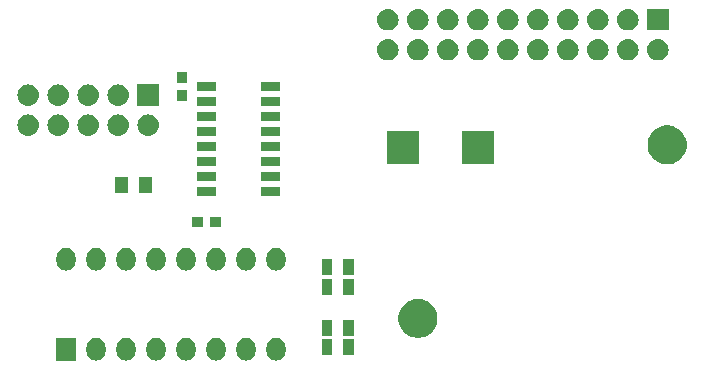
<source format=gbr>
G04 #@! TF.GenerationSoftware,KiCad,Pcbnew,(6.0.0-rc1-dev-557-ge985f797c)*
G04 #@! TF.CreationDate,2018-12-31T20:35:23+01:00*
G04 #@! TF.ProjectId,MAN Adapterplatine,4D414E2041646170746572706C617469,1.0*
G04 #@! TF.SameCoordinates,Original*
G04 #@! TF.FileFunction,Soldermask,Top*
G04 #@! TF.FilePolarity,Negative*
%FSLAX46Y46*%
G04 Gerber Fmt 4.6, Leading zero omitted, Abs format (unit mm)*
G04 Created by KiCad (PCBNEW (6.0.0-rc1-dev-557-ge985f797c)) date 12/31/18 20:35:23*
%MOMM*%
%LPD*%
G01*
G04 APERTURE LIST*
%ADD10C,0.100000*%
G04 APERTURE END LIST*
D10*
G36*
X117839375Y-96048764D02*
X117941542Y-96079756D01*
X117992627Y-96095252D01*
X118068120Y-96135605D01*
X118133863Y-96170745D01*
X118133865Y-96170746D01*
X118133864Y-96170746D01*
X118257659Y-96272341D01*
X118359255Y-96396135D01*
X118434748Y-96537372D01*
X118450244Y-96588457D01*
X118481236Y-96690624D01*
X118493000Y-96810067D01*
X118493000Y-97189932D01*
X118481236Y-97309375D01*
X118450244Y-97411543D01*
X118434748Y-97462628D01*
X118359255Y-97603865D01*
X118257659Y-97727659D01*
X118133865Y-97829255D01*
X117992628Y-97904748D01*
X117941543Y-97920244D01*
X117839376Y-97951236D01*
X117680000Y-97966933D01*
X117520625Y-97951236D01*
X117418458Y-97920244D01*
X117367373Y-97904748D01*
X117226136Y-97829255D01*
X117146933Y-97764255D01*
X117102341Y-97727659D01*
X117000745Y-97603864D01*
X116992110Y-97587709D01*
X116925252Y-97462628D01*
X116909756Y-97411543D01*
X116878764Y-97309376D01*
X116867000Y-97189933D01*
X116867000Y-96810068D01*
X116878764Y-96690625D01*
X116925252Y-96537374D01*
X116925252Y-96537373D01*
X117000746Y-96396136D01*
X117102341Y-96272341D01*
X117226135Y-96170745D01*
X117367372Y-96095252D01*
X117418457Y-96079756D01*
X117520624Y-96048764D01*
X117680000Y-96033067D01*
X117839375Y-96048764D01*
X117839375Y-96048764D01*
G37*
G36*
X115299375Y-96048764D02*
X115401542Y-96079756D01*
X115452627Y-96095252D01*
X115528120Y-96135605D01*
X115593863Y-96170745D01*
X115593865Y-96170746D01*
X115593864Y-96170746D01*
X115717659Y-96272341D01*
X115819255Y-96396135D01*
X115894748Y-96537372D01*
X115910244Y-96588457D01*
X115941236Y-96690624D01*
X115953000Y-96810067D01*
X115953000Y-97189932D01*
X115941236Y-97309375D01*
X115910244Y-97411543D01*
X115894748Y-97462628D01*
X115819255Y-97603865D01*
X115717659Y-97727659D01*
X115593865Y-97829255D01*
X115452628Y-97904748D01*
X115401543Y-97920244D01*
X115299376Y-97951236D01*
X115140000Y-97966933D01*
X114980625Y-97951236D01*
X114878458Y-97920244D01*
X114827373Y-97904748D01*
X114686136Y-97829255D01*
X114606933Y-97764255D01*
X114562341Y-97727659D01*
X114460745Y-97603864D01*
X114452110Y-97587709D01*
X114385252Y-97462628D01*
X114369756Y-97411543D01*
X114338764Y-97309376D01*
X114327000Y-97189933D01*
X114327000Y-96810068D01*
X114338764Y-96690625D01*
X114385252Y-96537374D01*
X114385252Y-96537373D01*
X114460746Y-96396136D01*
X114562341Y-96272341D01*
X114686135Y-96170745D01*
X114827372Y-96095252D01*
X114878457Y-96079756D01*
X114980624Y-96048764D01*
X115140000Y-96033067D01*
X115299375Y-96048764D01*
X115299375Y-96048764D01*
G37*
G36*
X112759375Y-96048764D02*
X112861542Y-96079756D01*
X112912627Y-96095252D01*
X112988120Y-96135605D01*
X113053863Y-96170745D01*
X113053865Y-96170746D01*
X113053864Y-96170746D01*
X113177659Y-96272341D01*
X113279255Y-96396135D01*
X113354748Y-96537372D01*
X113370244Y-96588457D01*
X113401236Y-96690624D01*
X113413000Y-96810067D01*
X113413000Y-97189932D01*
X113401236Y-97309375D01*
X113370244Y-97411543D01*
X113354748Y-97462628D01*
X113279255Y-97603865D01*
X113177659Y-97727659D01*
X113053865Y-97829255D01*
X112912628Y-97904748D01*
X112861543Y-97920244D01*
X112759376Y-97951236D01*
X112600000Y-97966933D01*
X112440625Y-97951236D01*
X112338458Y-97920244D01*
X112287373Y-97904748D01*
X112146136Y-97829255D01*
X112066933Y-97764255D01*
X112022341Y-97727659D01*
X111920745Y-97603864D01*
X111912110Y-97587709D01*
X111845252Y-97462628D01*
X111829756Y-97411543D01*
X111798764Y-97309376D01*
X111787000Y-97189933D01*
X111787000Y-96810068D01*
X111798764Y-96690625D01*
X111845252Y-96537374D01*
X111845252Y-96537373D01*
X111920746Y-96396136D01*
X112022341Y-96272341D01*
X112146135Y-96170745D01*
X112287372Y-96095252D01*
X112338457Y-96079756D01*
X112440624Y-96048764D01*
X112600000Y-96033067D01*
X112759375Y-96048764D01*
X112759375Y-96048764D01*
G37*
G36*
X110219375Y-96048764D02*
X110321542Y-96079756D01*
X110372627Y-96095252D01*
X110448120Y-96135605D01*
X110513863Y-96170745D01*
X110513865Y-96170746D01*
X110513864Y-96170746D01*
X110637659Y-96272341D01*
X110739255Y-96396135D01*
X110814748Y-96537372D01*
X110830244Y-96588457D01*
X110861236Y-96690624D01*
X110873000Y-96810067D01*
X110873000Y-97189932D01*
X110861236Y-97309375D01*
X110830244Y-97411543D01*
X110814748Y-97462628D01*
X110739255Y-97603865D01*
X110637659Y-97727659D01*
X110513865Y-97829255D01*
X110372628Y-97904748D01*
X110321543Y-97920244D01*
X110219376Y-97951236D01*
X110060000Y-97966933D01*
X109900625Y-97951236D01*
X109798458Y-97920244D01*
X109747373Y-97904748D01*
X109606136Y-97829255D01*
X109526933Y-97764255D01*
X109482341Y-97727659D01*
X109380745Y-97603864D01*
X109372110Y-97587709D01*
X109305252Y-97462628D01*
X109289756Y-97411543D01*
X109258764Y-97309376D01*
X109247000Y-97189933D01*
X109247000Y-96810068D01*
X109258764Y-96690625D01*
X109305252Y-96537374D01*
X109305252Y-96537373D01*
X109380746Y-96396136D01*
X109482341Y-96272341D01*
X109606135Y-96170745D01*
X109747372Y-96095252D01*
X109798457Y-96079756D01*
X109900624Y-96048764D01*
X110060000Y-96033067D01*
X110219375Y-96048764D01*
X110219375Y-96048764D01*
G37*
G36*
X107679375Y-96048764D02*
X107781542Y-96079756D01*
X107832627Y-96095252D01*
X107908120Y-96135605D01*
X107973863Y-96170745D01*
X107973865Y-96170746D01*
X107973864Y-96170746D01*
X108097659Y-96272341D01*
X108199255Y-96396135D01*
X108274748Y-96537372D01*
X108290244Y-96588457D01*
X108321236Y-96690624D01*
X108333000Y-96810067D01*
X108333000Y-97189932D01*
X108321236Y-97309375D01*
X108290244Y-97411543D01*
X108274748Y-97462628D01*
X108199255Y-97603865D01*
X108097659Y-97727659D01*
X107973865Y-97829255D01*
X107832628Y-97904748D01*
X107781543Y-97920244D01*
X107679376Y-97951236D01*
X107520000Y-97966933D01*
X107360625Y-97951236D01*
X107258458Y-97920244D01*
X107207373Y-97904748D01*
X107066136Y-97829255D01*
X106986933Y-97764255D01*
X106942341Y-97727659D01*
X106840745Y-97603864D01*
X106832110Y-97587709D01*
X106765252Y-97462628D01*
X106749756Y-97411543D01*
X106718764Y-97309376D01*
X106707000Y-97189933D01*
X106707000Y-96810068D01*
X106718764Y-96690625D01*
X106765252Y-96537374D01*
X106765252Y-96537373D01*
X106840746Y-96396136D01*
X106942341Y-96272341D01*
X107066135Y-96170745D01*
X107207372Y-96095252D01*
X107258457Y-96079756D01*
X107360624Y-96048764D01*
X107520000Y-96033067D01*
X107679375Y-96048764D01*
X107679375Y-96048764D01*
G37*
G36*
X102599375Y-96048764D02*
X102701542Y-96079756D01*
X102752627Y-96095252D01*
X102828120Y-96135605D01*
X102893863Y-96170745D01*
X102893865Y-96170746D01*
X102893864Y-96170746D01*
X103017659Y-96272341D01*
X103119255Y-96396135D01*
X103194748Y-96537372D01*
X103210244Y-96588457D01*
X103241236Y-96690624D01*
X103253000Y-96810067D01*
X103253000Y-97189932D01*
X103241236Y-97309375D01*
X103210244Y-97411543D01*
X103194748Y-97462628D01*
X103119255Y-97603865D01*
X103017659Y-97727659D01*
X102893865Y-97829255D01*
X102752628Y-97904748D01*
X102701543Y-97920244D01*
X102599376Y-97951236D01*
X102440000Y-97966933D01*
X102280625Y-97951236D01*
X102178458Y-97920244D01*
X102127373Y-97904748D01*
X101986136Y-97829255D01*
X101906933Y-97764255D01*
X101862341Y-97727659D01*
X101760745Y-97603864D01*
X101752110Y-97587709D01*
X101685252Y-97462628D01*
X101669756Y-97411543D01*
X101638764Y-97309376D01*
X101627000Y-97189933D01*
X101627000Y-96810068D01*
X101638764Y-96690625D01*
X101685252Y-96537374D01*
X101685252Y-96537373D01*
X101760746Y-96396136D01*
X101862341Y-96272341D01*
X101986135Y-96170745D01*
X102127372Y-96095252D01*
X102178457Y-96079756D01*
X102280624Y-96048764D01*
X102440000Y-96033067D01*
X102599375Y-96048764D01*
X102599375Y-96048764D01*
G37*
G36*
X105139375Y-96048764D02*
X105241542Y-96079756D01*
X105292627Y-96095252D01*
X105368120Y-96135605D01*
X105433863Y-96170745D01*
X105433865Y-96170746D01*
X105433864Y-96170746D01*
X105557659Y-96272341D01*
X105659255Y-96396135D01*
X105734748Y-96537372D01*
X105750244Y-96588457D01*
X105781236Y-96690624D01*
X105793000Y-96810067D01*
X105793000Y-97189932D01*
X105781236Y-97309375D01*
X105750244Y-97411543D01*
X105734748Y-97462628D01*
X105659255Y-97603865D01*
X105557659Y-97727659D01*
X105433865Y-97829255D01*
X105292628Y-97904748D01*
X105241543Y-97920244D01*
X105139376Y-97951236D01*
X104980000Y-97966933D01*
X104820625Y-97951236D01*
X104718458Y-97920244D01*
X104667373Y-97904748D01*
X104526136Y-97829255D01*
X104446933Y-97764255D01*
X104402341Y-97727659D01*
X104300745Y-97603864D01*
X104292110Y-97587709D01*
X104225252Y-97462628D01*
X104209756Y-97411543D01*
X104178764Y-97309376D01*
X104167000Y-97189933D01*
X104167000Y-96810068D01*
X104178764Y-96690625D01*
X104225252Y-96537374D01*
X104225252Y-96537373D01*
X104300746Y-96396136D01*
X104402341Y-96272341D01*
X104526135Y-96170745D01*
X104667372Y-96095252D01*
X104718457Y-96079756D01*
X104820624Y-96048764D01*
X104980000Y-96033067D01*
X105139375Y-96048764D01*
X105139375Y-96048764D01*
G37*
G36*
X100713000Y-97963000D02*
X99087000Y-97963000D01*
X99087000Y-96037000D01*
X100713000Y-96037000D01*
X100713000Y-97963000D01*
X100713000Y-97963000D01*
G37*
G36*
X122451000Y-97501000D02*
X121549000Y-97501000D01*
X121549000Y-96149000D01*
X122451000Y-96149000D01*
X122451000Y-97501000D01*
X122451000Y-97501000D01*
G37*
G36*
X124251000Y-97501000D02*
X123349000Y-97501000D01*
X123349000Y-96149000D01*
X124251000Y-96149000D01*
X124251000Y-97501000D01*
X124251000Y-97501000D01*
G37*
G36*
X130075256Y-92791298D02*
X130181579Y-92812447D01*
X130482042Y-92936903D01*
X130748852Y-93115180D01*
X130752454Y-93117587D01*
X130982413Y-93347546D01*
X131163098Y-93617960D01*
X131287553Y-93918422D01*
X131351000Y-94237389D01*
X131351000Y-94562611D01*
X131287553Y-94881578D01*
X131163098Y-95182040D01*
X130982413Y-95452454D01*
X130752454Y-95682413D01*
X130752451Y-95682415D01*
X130482042Y-95863097D01*
X130181579Y-95987553D01*
X130075256Y-96008702D01*
X129862611Y-96051000D01*
X129537389Y-96051000D01*
X129324744Y-96008702D01*
X129218421Y-95987553D01*
X128917958Y-95863097D01*
X128647549Y-95682415D01*
X128647546Y-95682413D01*
X128417587Y-95452454D01*
X128236902Y-95182040D01*
X128112447Y-94881578D01*
X128049000Y-94562611D01*
X128049000Y-94237389D01*
X128112447Y-93918422D01*
X128236902Y-93617960D01*
X128417587Y-93347546D01*
X128647546Y-93117587D01*
X128651148Y-93115180D01*
X128917958Y-92936903D01*
X129218421Y-92812447D01*
X129324744Y-92791298D01*
X129537389Y-92749000D01*
X129862611Y-92749000D01*
X130075256Y-92791298D01*
X130075256Y-92791298D01*
G37*
G36*
X124251000Y-95851000D02*
X123349000Y-95851000D01*
X123349000Y-94499000D01*
X124251000Y-94499000D01*
X124251000Y-95851000D01*
X124251000Y-95851000D01*
G37*
G36*
X122451000Y-95851000D02*
X121549000Y-95851000D01*
X121549000Y-94499000D01*
X122451000Y-94499000D01*
X122451000Y-95851000D01*
X122451000Y-95851000D01*
G37*
G36*
X124251000Y-92401000D02*
X123349000Y-92401000D01*
X123349000Y-91049000D01*
X124251000Y-91049000D01*
X124251000Y-92401000D01*
X124251000Y-92401000D01*
G37*
G36*
X122451000Y-92401000D02*
X121549000Y-92401000D01*
X121549000Y-91049000D01*
X122451000Y-91049000D01*
X122451000Y-92401000D01*
X122451000Y-92401000D01*
G37*
G36*
X124251000Y-90751000D02*
X123349000Y-90751000D01*
X123349000Y-89399000D01*
X124251000Y-89399000D01*
X124251000Y-90751000D01*
X124251000Y-90751000D01*
G37*
G36*
X122451000Y-90751000D02*
X121549000Y-90751000D01*
X121549000Y-89399000D01*
X122451000Y-89399000D01*
X122451000Y-90751000D01*
X122451000Y-90751000D01*
G37*
G36*
X110219375Y-88428764D02*
X110321542Y-88459756D01*
X110372627Y-88475252D01*
X110448120Y-88515605D01*
X110513863Y-88550745D01*
X110513865Y-88550746D01*
X110513864Y-88550746D01*
X110637659Y-88652341D01*
X110739255Y-88776135D01*
X110814748Y-88917372D01*
X110830244Y-88968457D01*
X110861236Y-89070624D01*
X110873000Y-89190067D01*
X110873000Y-89569932D01*
X110861236Y-89689375D01*
X110830244Y-89791543D01*
X110814748Y-89842628D01*
X110739255Y-89983865D01*
X110637659Y-90107659D01*
X110513865Y-90209255D01*
X110372628Y-90284748D01*
X110321543Y-90300244D01*
X110219376Y-90331236D01*
X110060000Y-90346933D01*
X109900625Y-90331236D01*
X109798458Y-90300244D01*
X109747373Y-90284748D01*
X109606136Y-90209255D01*
X109526933Y-90144255D01*
X109482341Y-90107659D01*
X109380745Y-89983864D01*
X109372110Y-89967709D01*
X109305252Y-89842628D01*
X109289756Y-89791543D01*
X109258764Y-89689376D01*
X109247000Y-89569933D01*
X109247000Y-89190068D01*
X109258764Y-89070625D01*
X109305252Y-88917374D01*
X109305252Y-88917373D01*
X109380746Y-88776136D01*
X109482341Y-88652341D01*
X109606135Y-88550745D01*
X109747372Y-88475252D01*
X109798457Y-88459756D01*
X109900624Y-88428764D01*
X110060000Y-88413067D01*
X110219375Y-88428764D01*
X110219375Y-88428764D01*
G37*
G36*
X100059375Y-88428764D02*
X100161542Y-88459756D01*
X100212627Y-88475252D01*
X100288120Y-88515605D01*
X100353863Y-88550745D01*
X100353865Y-88550746D01*
X100353864Y-88550746D01*
X100477659Y-88652341D01*
X100579255Y-88776135D01*
X100654748Y-88917372D01*
X100670244Y-88968457D01*
X100701236Y-89070624D01*
X100713000Y-89190067D01*
X100713000Y-89569932D01*
X100701236Y-89689375D01*
X100670244Y-89791543D01*
X100654748Y-89842628D01*
X100579255Y-89983865D01*
X100477659Y-90107659D01*
X100353865Y-90209255D01*
X100212628Y-90284748D01*
X100161543Y-90300244D01*
X100059376Y-90331236D01*
X99900000Y-90346933D01*
X99740625Y-90331236D01*
X99638458Y-90300244D01*
X99587373Y-90284748D01*
X99446136Y-90209255D01*
X99366933Y-90144255D01*
X99322341Y-90107659D01*
X99220745Y-89983864D01*
X99212110Y-89967709D01*
X99145252Y-89842628D01*
X99129756Y-89791543D01*
X99098764Y-89689376D01*
X99087000Y-89569933D01*
X99087000Y-89190068D01*
X99098764Y-89070625D01*
X99145252Y-88917374D01*
X99145252Y-88917373D01*
X99220746Y-88776136D01*
X99322341Y-88652341D01*
X99446135Y-88550745D01*
X99587372Y-88475252D01*
X99638457Y-88459756D01*
X99740624Y-88428764D01*
X99900000Y-88413067D01*
X100059375Y-88428764D01*
X100059375Y-88428764D01*
G37*
G36*
X102599375Y-88428764D02*
X102701542Y-88459756D01*
X102752627Y-88475252D01*
X102828120Y-88515605D01*
X102893863Y-88550745D01*
X102893865Y-88550746D01*
X102893864Y-88550746D01*
X103017659Y-88652341D01*
X103119255Y-88776135D01*
X103194748Y-88917372D01*
X103210244Y-88968457D01*
X103241236Y-89070624D01*
X103253000Y-89190067D01*
X103253000Y-89569932D01*
X103241236Y-89689375D01*
X103210244Y-89791543D01*
X103194748Y-89842628D01*
X103119255Y-89983865D01*
X103017659Y-90107659D01*
X102893865Y-90209255D01*
X102752628Y-90284748D01*
X102701543Y-90300244D01*
X102599376Y-90331236D01*
X102440000Y-90346933D01*
X102280625Y-90331236D01*
X102178458Y-90300244D01*
X102127373Y-90284748D01*
X101986136Y-90209255D01*
X101906933Y-90144255D01*
X101862341Y-90107659D01*
X101760745Y-89983864D01*
X101752110Y-89967709D01*
X101685252Y-89842628D01*
X101669756Y-89791543D01*
X101638764Y-89689376D01*
X101627000Y-89569933D01*
X101627000Y-89190068D01*
X101638764Y-89070625D01*
X101685252Y-88917374D01*
X101685252Y-88917373D01*
X101760746Y-88776136D01*
X101862341Y-88652341D01*
X101986135Y-88550745D01*
X102127372Y-88475252D01*
X102178457Y-88459756D01*
X102280624Y-88428764D01*
X102440000Y-88413067D01*
X102599375Y-88428764D01*
X102599375Y-88428764D01*
G37*
G36*
X105139375Y-88428764D02*
X105241542Y-88459756D01*
X105292627Y-88475252D01*
X105368120Y-88515605D01*
X105433863Y-88550745D01*
X105433865Y-88550746D01*
X105433864Y-88550746D01*
X105557659Y-88652341D01*
X105659255Y-88776135D01*
X105734748Y-88917372D01*
X105750244Y-88968457D01*
X105781236Y-89070624D01*
X105793000Y-89190067D01*
X105793000Y-89569932D01*
X105781236Y-89689375D01*
X105750244Y-89791543D01*
X105734748Y-89842628D01*
X105659255Y-89983865D01*
X105557659Y-90107659D01*
X105433865Y-90209255D01*
X105292628Y-90284748D01*
X105241543Y-90300244D01*
X105139376Y-90331236D01*
X104980000Y-90346933D01*
X104820625Y-90331236D01*
X104718458Y-90300244D01*
X104667373Y-90284748D01*
X104526136Y-90209255D01*
X104446933Y-90144255D01*
X104402341Y-90107659D01*
X104300745Y-89983864D01*
X104292110Y-89967709D01*
X104225252Y-89842628D01*
X104209756Y-89791543D01*
X104178764Y-89689376D01*
X104167000Y-89569933D01*
X104167000Y-89190068D01*
X104178764Y-89070625D01*
X104225252Y-88917374D01*
X104225252Y-88917373D01*
X104300746Y-88776136D01*
X104402341Y-88652341D01*
X104526135Y-88550745D01*
X104667372Y-88475252D01*
X104718457Y-88459756D01*
X104820624Y-88428764D01*
X104980000Y-88413067D01*
X105139375Y-88428764D01*
X105139375Y-88428764D01*
G37*
G36*
X115299375Y-88428764D02*
X115401542Y-88459756D01*
X115452627Y-88475252D01*
X115528120Y-88515605D01*
X115593863Y-88550745D01*
X115593865Y-88550746D01*
X115593864Y-88550746D01*
X115717659Y-88652341D01*
X115819255Y-88776135D01*
X115894748Y-88917372D01*
X115910244Y-88968457D01*
X115941236Y-89070624D01*
X115953000Y-89190067D01*
X115953000Y-89569932D01*
X115941236Y-89689375D01*
X115910244Y-89791543D01*
X115894748Y-89842628D01*
X115819255Y-89983865D01*
X115717659Y-90107659D01*
X115593865Y-90209255D01*
X115452628Y-90284748D01*
X115401543Y-90300244D01*
X115299376Y-90331236D01*
X115140000Y-90346933D01*
X114980625Y-90331236D01*
X114878458Y-90300244D01*
X114827373Y-90284748D01*
X114686136Y-90209255D01*
X114606933Y-90144255D01*
X114562341Y-90107659D01*
X114460745Y-89983864D01*
X114452110Y-89967709D01*
X114385252Y-89842628D01*
X114369756Y-89791543D01*
X114338764Y-89689376D01*
X114327000Y-89569933D01*
X114327000Y-89190068D01*
X114338764Y-89070625D01*
X114385252Y-88917374D01*
X114385252Y-88917373D01*
X114460746Y-88776136D01*
X114562341Y-88652341D01*
X114686135Y-88550745D01*
X114827372Y-88475252D01*
X114878457Y-88459756D01*
X114980624Y-88428764D01*
X115140000Y-88413067D01*
X115299375Y-88428764D01*
X115299375Y-88428764D01*
G37*
G36*
X112759375Y-88428764D02*
X112861542Y-88459756D01*
X112912627Y-88475252D01*
X112988120Y-88515605D01*
X113053863Y-88550745D01*
X113053865Y-88550746D01*
X113053864Y-88550746D01*
X113177659Y-88652341D01*
X113279255Y-88776135D01*
X113354748Y-88917372D01*
X113370244Y-88968457D01*
X113401236Y-89070624D01*
X113413000Y-89190067D01*
X113413000Y-89569932D01*
X113401236Y-89689375D01*
X113370244Y-89791543D01*
X113354748Y-89842628D01*
X113279255Y-89983865D01*
X113177659Y-90107659D01*
X113053865Y-90209255D01*
X112912628Y-90284748D01*
X112861543Y-90300244D01*
X112759376Y-90331236D01*
X112600000Y-90346933D01*
X112440625Y-90331236D01*
X112338458Y-90300244D01*
X112287373Y-90284748D01*
X112146136Y-90209255D01*
X112066933Y-90144255D01*
X112022341Y-90107659D01*
X111920745Y-89983864D01*
X111912110Y-89967709D01*
X111845252Y-89842628D01*
X111829756Y-89791543D01*
X111798764Y-89689376D01*
X111787000Y-89569933D01*
X111787000Y-89190068D01*
X111798764Y-89070625D01*
X111845252Y-88917374D01*
X111845252Y-88917373D01*
X111920746Y-88776136D01*
X112022341Y-88652341D01*
X112146135Y-88550745D01*
X112287372Y-88475252D01*
X112338457Y-88459756D01*
X112440624Y-88428764D01*
X112600000Y-88413067D01*
X112759375Y-88428764D01*
X112759375Y-88428764D01*
G37*
G36*
X117839375Y-88428764D02*
X117941542Y-88459756D01*
X117992627Y-88475252D01*
X118068120Y-88515605D01*
X118133863Y-88550745D01*
X118133865Y-88550746D01*
X118133864Y-88550746D01*
X118257659Y-88652341D01*
X118359255Y-88776135D01*
X118434748Y-88917372D01*
X118450244Y-88968457D01*
X118481236Y-89070624D01*
X118493000Y-89190067D01*
X118493000Y-89569932D01*
X118481236Y-89689375D01*
X118450244Y-89791543D01*
X118434748Y-89842628D01*
X118359255Y-89983865D01*
X118257659Y-90107659D01*
X118133865Y-90209255D01*
X117992628Y-90284748D01*
X117941543Y-90300244D01*
X117839376Y-90331236D01*
X117680000Y-90346933D01*
X117520625Y-90331236D01*
X117418458Y-90300244D01*
X117367373Y-90284748D01*
X117226136Y-90209255D01*
X117146933Y-90144255D01*
X117102341Y-90107659D01*
X117000745Y-89983864D01*
X116992110Y-89967709D01*
X116925252Y-89842628D01*
X116909756Y-89791543D01*
X116878764Y-89689376D01*
X116867000Y-89569933D01*
X116867000Y-89190068D01*
X116878764Y-89070625D01*
X116925252Y-88917374D01*
X116925252Y-88917373D01*
X117000746Y-88776136D01*
X117102341Y-88652341D01*
X117226135Y-88550745D01*
X117367372Y-88475252D01*
X117418457Y-88459756D01*
X117520624Y-88428764D01*
X117680000Y-88413067D01*
X117839375Y-88428764D01*
X117839375Y-88428764D01*
G37*
G36*
X107679375Y-88428764D02*
X107781542Y-88459756D01*
X107832627Y-88475252D01*
X107908120Y-88515605D01*
X107973863Y-88550745D01*
X107973865Y-88550746D01*
X107973864Y-88550746D01*
X108097659Y-88652341D01*
X108199255Y-88776135D01*
X108274748Y-88917372D01*
X108290244Y-88968457D01*
X108321236Y-89070624D01*
X108333000Y-89190067D01*
X108333000Y-89569932D01*
X108321236Y-89689375D01*
X108290244Y-89791543D01*
X108274748Y-89842628D01*
X108199255Y-89983865D01*
X108097659Y-90107659D01*
X107973865Y-90209255D01*
X107832628Y-90284748D01*
X107781543Y-90300244D01*
X107679376Y-90331236D01*
X107520000Y-90346933D01*
X107360625Y-90331236D01*
X107258458Y-90300244D01*
X107207373Y-90284748D01*
X107066136Y-90209255D01*
X106986933Y-90144255D01*
X106942341Y-90107659D01*
X106840745Y-89983864D01*
X106832110Y-89967709D01*
X106765252Y-89842628D01*
X106749756Y-89791543D01*
X106718764Y-89689376D01*
X106707000Y-89569933D01*
X106707000Y-89190068D01*
X106718764Y-89070625D01*
X106765252Y-88917374D01*
X106765252Y-88917373D01*
X106840746Y-88776136D01*
X106942341Y-88652341D01*
X107066135Y-88550745D01*
X107207372Y-88475252D01*
X107258457Y-88459756D01*
X107360624Y-88428764D01*
X107520000Y-88413067D01*
X107679375Y-88428764D01*
X107679375Y-88428764D01*
G37*
G36*
X113001000Y-86626000D02*
X112099000Y-86626000D01*
X112099000Y-85774000D01*
X113001000Y-85774000D01*
X113001000Y-86626000D01*
X113001000Y-86626000D01*
G37*
G36*
X111501000Y-86626000D02*
X110599000Y-86626000D01*
X110599000Y-85774000D01*
X111501000Y-85774000D01*
X111501000Y-86626000D01*
X111501000Y-86626000D01*
G37*
G36*
X112601000Y-83996000D02*
X110999000Y-83996000D01*
X110999000Y-83294000D01*
X112601000Y-83294000D01*
X112601000Y-83996000D01*
X112601000Y-83996000D01*
G37*
G36*
X118001000Y-83996000D02*
X116399000Y-83996000D01*
X116399000Y-83294000D01*
X118001000Y-83294000D01*
X118001000Y-83996000D01*
X118001000Y-83996000D01*
G37*
G36*
X107151000Y-83776000D02*
X106049000Y-83776000D01*
X106049000Y-82424000D01*
X107151000Y-82424000D01*
X107151000Y-83776000D01*
X107151000Y-83776000D01*
G37*
G36*
X105151000Y-83776000D02*
X104049000Y-83776000D01*
X104049000Y-82424000D01*
X105151000Y-82424000D01*
X105151000Y-83776000D01*
X105151000Y-83776000D01*
G37*
G36*
X112601000Y-82726000D02*
X110999000Y-82726000D01*
X110999000Y-82024000D01*
X112601000Y-82024000D01*
X112601000Y-82726000D01*
X112601000Y-82726000D01*
G37*
G36*
X118001000Y-82726000D02*
X116399000Y-82726000D01*
X116399000Y-82024000D01*
X118001000Y-82024000D01*
X118001000Y-82726000D01*
X118001000Y-82726000D01*
G37*
G36*
X112601000Y-81456000D02*
X110999000Y-81456000D01*
X110999000Y-80754000D01*
X112601000Y-80754000D01*
X112601000Y-81456000D01*
X112601000Y-81456000D01*
G37*
G36*
X118001000Y-81456000D02*
X116399000Y-81456000D01*
X116399000Y-80754000D01*
X118001000Y-80754000D01*
X118001000Y-81456000D01*
X118001000Y-81456000D01*
G37*
G36*
X151175256Y-78091298D02*
X151281579Y-78112447D01*
X151582042Y-78236903D01*
X151813702Y-78391694D01*
X151852454Y-78417587D01*
X152082413Y-78647546D01*
X152082415Y-78647549D01*
X152263097Y-78917958D01*
X152387553Y-79218421D01*
X152451000Y-79537391D01*
X152451000Y-79862609D01*
X152387553Y-80181579D01*
X152299550Y-80394037D01*
X152263098Y-80482040D01*
X152082413Y-80752454D01*
X151852454Y-80982413D01*
X151852451Y-80982415D01*
X151582042Y-81163097D01*
X151281579Y-81287553D01*
X151213976Y-81301000D01*
X150962611Y-81351000D01*
X150637389Y-81351000D01*
X150386024Y-81301000D01*
X150318421Y-81287553D01*
X150017958Y-81163097D01*
X149747549Y-80982415D01*
X149747546Y-80982413D01*
X149517587Y-80752454D01*
X149336902Y-80482040D01*
X149300450Y-80394037D01*
X149212447Y-80181579D01*
X149149000Y-79862609D01*
X149149000Y-79537391D01*
X149212447Y-79218421D01*
X149336903Y-78917958D01*
X149517585Y-78647549D01*
X149517587Y-78647546D01*
X149747546Y-78417587D01*
X149786298Y-78391694D01*
X150017958Y-78236903D01*
X150318421Y-78112447D01*
X150424744Y-78091298D01*
X150637389Y-78049000D01*
X150962611Y-78049000D01*
X151175256Y-78091298D01*
X151175256Y-78091298D01*
G37*
G36*
X129751000Y-81301000D02*
X127099000Y-81301000D01*
X127099000Y-78499000D01*
X129751000Y-78499000D01*
X129751000Y-81301000D01*
X129751000Y-81301000D01*
G37*
G36*
X136101000Y-81301000D02*
X133449000Y-81301000D01*
X133449000Y-78499000D01*
X136101000Y-78499000D01*
X136101000Y-81301000D01*
X136101000Y-81301000D01*
G37*
G36*
X112601000Y-80186000D02*
X110999000Y-80186000D01*
X110999000Y-79484000D01*
X112601000Y-79484000D01*
X112601000Y-80186000D01*
X112601000Y-80186000D01*
G37*
G36*
X118001000Y-80186000D02*
X116399000Y-80186000D01*
X116399000Y-79484000D01*
X118001000Y-79484000D01*
X118001000Y-80186000D01*
X118001000Y-80186000D01*
G37*
G36*
X107039294Y-77138633D02*
X107211694Y-77190931D01*
X107211696Y-77190932D01*
X107370583Y-77275859D01*
X107370585Y-77275860D01*
X107370584Y-77275860D01*
X107509849Y-77390151D01*
X107624140Y-77529416D01*
X107709069Y-77688306D01*
X107761367Y-77860706D01*
X107779025Y-78040000D01*
X107761367Y-78219294D01*
X107709069Y-78391694D01*
X107709068Y-78391696D01*
X107624141Y-78550583D01*
X107509849Y-78689849D01*
X107370583Y-78804141D01*
X107211696Y-78889068D01*
X107211694Y-78889069D01*
X107039294Y-78941367D01*
X106904931Y-78954600D01*
X106815069Y-78954600D01*
X106680706Y-78941367D01*
X106508306Y-78889069D01*
X106508304Y-78889068D01*
X106349417Y-78804141D01*
X106210151Y-78689849D01*
X106095859Y-78550583D01*
X106010932Y-78391696D01*
X106010931Y-78391694D01*
X105958633Y-78219294D01*
X105940975Y-78040000D01*
X105958633Y-77860706D01*
X106010931Y-77688306D01*
X106095860Y-77529416D01*
X106210151Y-77390151D01*
X106349416Y-77275860D01*
X106349415Y-77275860D01*
X106349417Y-77275859D01*
X106508304Y-77190932D01*
X106508306Y-77190931D01*
X106680706Y-77138633D01*
X106815069Y-77125400D01*
X106904931Y-77125400D01*
X107039294Y-77138633D01*
X107039294Y-77138633D01*
G37*
G36*
X99419294Y-77138633D02*
X99591694Y-77190931D01*
X99591696Y-77190932D01*
X99750583Y-77275859D01*
X99750585Y-77275860D01*
X99750584Y-77275860D01*
X99889849Y-77390151D01*
X100004140Y-77529416D01*
X100089069Y-77688306D01*
X100141367Y-77860706D01*
X100159025Y-78040000D01*
X100141367Y-78219294D01*
X100089069Y-78391694D01*
X100089068Y-78391696D01*
X100004141Y-78550583D01*
X99889849Y-78689849D01*
X99750583Y-78804141D01*
X99591696Y-78889068D01*
X99591694Y-78889069D01*
X99419294Y-78941367D01*
X99284931Y-78954600D01*
X99195069Y-78954600D01*
X99060706Y-78941367D01*
X98888306Y-78889069D01*
X98888304Y-78889068D01*
X98729417Y-78804141D01*
X98590151Y-78689849D01*
X98475859Y-78550583D01*
X98390932Y-78391696D01*
X98390931Y-78391694D01*
X98338633Y-78219294D01*
X98320975Y-78040000D01*
X98338633Y-77860706D01*
X98390931Y-77688306D01*
X98475860Y-77529416D01*
X98590151Y-77390151D01*
X98729416Y-77275860D01*
X98729415Y-77275860D01*
X98729417Y-77275859D01*
X98888304Y-77190932D01*
X98888306Y-77190931D01*
X99060706Y-77138633D01*
X99195069Y-77125400D01*
X99284931Y-77125400D01*
X99419294Y-77138633D01*
X99419294Y-77138633D01*
G37*
G36*
X96879294Y-77138633D02*
X97051694Y-77190931D01*
X97051696Y-77190932D01*
X97210583Y-77275859D01*
X97210585Y-77275860D01*
X97210584Y-77275860D01*
X97349849Y-77390151D01*
X97464140Y-77529416D01*
X97549069Y-77688306D01*
X97601367Y-77860706D01*
X97619025Y-78040000D01*
X97601367Y-78219294D01*
X97549069Y-78391694D01*
X97549068Y-78391696D01*
X97464141Y-78550583D01*
X97349849Y-78689849D01*
X97210583Y-78804141D01*
X97051696Y-78889068D01*
X97051694Y-78889069D01*
X96879294Y-78941367D01*
X96744931Y-78954600D01*
X96655069Y-78954600D01*
X96520706Y-78941367D01*
X96348306Y-78889069D01*
X96348304Y-78889068D01*
X96189417Y-78804141D01*
X96050151Y-78689849D01*
X95935859Y-78550583D01*
X95850932Y-78391696D01*
X95850931Y-78391694D01*
X95798633Y-78219294D01*
X95780975Y-78040000D01*
X95798633Y-77860706D01*
X95850931Y-77688306D01*
X95935860Y-77529416D01*
X96050151Y-77390151D01*
X96189416Y-77275860D01*
X96189415Y-77275860D01*
X96189417Y-77275859D01*
X96348304Y-77190932D01*
X96348306Y-77190931D01*
X96520706Y-77138633D01*
X96655069Y-77125400D01*
X96744931Y-77125400D01*
X96879294Y-77138633D01*
X96879294Y-77138633D01*
G37*
G36*
X104499294Y-77138633D02*
X104671694Y-77190931D01*
X104671696Y-77190932D01*
X104830583Y-77275859D01*
X104830585Y-77275860D01*
X104830584Y-77275860D01*
X104969849Y-77390151D01*
X105084140Y-77529416D01*
X105169069Y-77688306D01*
X105221367Y-77860706D01*
X105239025Y-78040000D01*
X105221367Y-78219294D01*
X105169069Y-78391694D01*
X105169068Y-78391696D01*
X105084141Y-78550583D01*
X104969849Y-78689849D01*
X104830583Y-78804141D01*
X104671696Y-78889068D01*
X104671694Y-78889069D01*
X104499294Y-78941367D01*
X104364931Y-78954600D01*
X104275069Y-78954600D01*
X104140706Y-78941367D01*
X103968306Y-78889069D01*
X103968304Y-78889068D01*
X103809417Y-78804141D01*
X103670151Y-78689849D01*
X103555859Y-78550583D01*
X103470932Y-78391696D01*
X103470931Y-78391694D01*
X103418633Y-78219294D01*
X103400975Y-78040000D01*
X103418633Y-77860706D01*
X103470931Y-77688306D01*
X103555860Y-77529416D01*
X103670151Y-77390151D01*
X103809416Y-77275860D01*
X103809415Y-77275860D01*
X103809417Y-77275859D01*
X103968304Y-77190932D01*
X103968306Y-77190931D01*
X104140706Y-77138633D01*
X104275069Y-77125400D01*
X104364931Y-77125400D01*
X104499294Y-77138633D01*
X104499294Y-77138633D01*
G37*
G36*
X101959294Y-77138633D02*
X102131694Y-77190931D01*
X102131696Y-77190932D01*
X102290583Y-77275859D01*
X102290585Y-77275860D01*
X102290584Y-77275860D01*
X102429849Y-77390151D01*
X102544140Y-77529416D01*
X102629069Y-77688306D01*
X102681367Y-77860706D01*
X102699025Y-78040000D01*
X102681367Y-78219294D01*
X102629069Y-78391694D01*
X102629068Y-78391696D01*
X102544141Y-78550583D01*
X102429849Y-78689849D01*
X102290583Y-78804141D01*
X102131696Y-78889068D01*
X102131694Y-78889069D01*
X101959294Y-78941367D01*
X101824931Y-78954600D01*
X101735069Y-78954600D01*
X101600706Y-78941367D01*
X101428306Y-78889069D01*
X101428304Y-78889068D01*
X101269417Y-78804141D01*
X101130151Y-78689849D01*
X101015859Y-78550583D01*
X100930932Y-78391696D01*
X100930931Y-78391694D01*
X100878633Y-78219294D01*
X100860975Y-78040000D01*
X100878633Y-77860706D01*
X100930931Y-77688306D01*
X101015860Y-77529416D01*
X101130151Y-77390151D01*
X101269416Y-77275860D01*
X101269415Y-77275860D01*
X101269417Y-77275859D01*
X101428304Y-77190932D01*
X101428306Y-77190931D01*
X101600706Y-77138633D01*
X101735069Y-77125400D01*
X101824931Y-77125400D01*
X101959294Y-77138633D01*
X101959294Y-77138633D01*
G37*
G36*
X118001000Y-78916000D02*
X116399000Y-78916000D01*
X116399000Y-78214000D01*
X118001000Y-78214000D01*
X118001000Y-78916000D01*
X118001000Y-78916000D01*
G37*
G36*
X112601000Y-78916000D02*
X110999000Y-78916000D01*
X110999000Y-78214000D01*
X112601000Y-78214000D01*
X112601000Y-78916000D01*
X112601000Y-78916000D01*
G37*
G36*
X112601000Y-77646000D02*
X110999000Y-77646000D01*
X110999000Y-76944000D01*
X112601000Y-76944000D01*
X112601000Y-77646000D01*
X112601000Y-77646000D01*
G37*
G36*
X118001000Y-77646000D02*
X116399000Y-77646000D01*
X116399000Y-76944000D01*
X118001000Y-76944000D01*
X118001000Y-77646000D01*
X118001000Y-77646000D01*
G37*
G36*
X107774600Y-76414600D02*
X105945400Y-76414600D01*
X105945400Y-74585400D01*
X107774600Y-74585400D01*
X107774600Y-76414600D01*
X107774600Y-76414600D01*
G37*
G36*
X104499294Y-74598633D02*
X104671694Y-74650931D01*
X104671696Y-74650932D01*
X104830583Y-74735859D01*
X104830585Y-74735860D01*
X104830584Y-74735860D01*
X104969849Y-74850151D01*
X105084140Y-74989416D01*
X105169069Y-75148306D01*
X105221367Y-75320706D01*
X105239025Y-75500000D01*
X105221367Y-75679294D01*
X105169069Y-75851694D01*
X105169068Y-75851696D01*
X105084141Y-76010583D01*
X104969849Y-76149849D01*
X104830583Y-76264141D01*
X104671696Y-76349068D01*
X104671694Y-76349069D01*
X104499294Y-76401367D01*
X104364931Y-76414600D01*
X104275069Y-76414600D01*
X104140706Y-76401367D01*
X103968306Y-76349069D01*
X103968304Y-76349068D01*
X103809417Y-76264141D01*
X103670151Y-76149849D01*
X103555859Y-76010583D01*
X103470932Y-75851696D01*
X103470931Y-75851694D01*
X103418633Y-75679294D01*
X103400975Y-75500000D01*
X103418633Y-75320706D01*
X103470931Y-75148306D01*
X103555860Y-74989416D01*
X103670151Y-74850151D01*
X103809416Y-74735860D01*
X103809415Y-74735860D01*
X103809417Y-74735859D01*
X103968304Y-74650932D01*
X103968306Y-74650931D01*
X104140706Y-74598633D01*
X104275069Y-74585400D01*
X104364931Y-74585400D01*
X104499294Y-74598633D01*
X104499294Y-74598633D01*
G37*
G36*
X101959294Y-74598633D02*
X102131694Y-74650931D01*
X102131696Y-74650932D01*
X102290583Y-74735859D01*
X102290585Y-74735860D01*
X102290584Y-74735860D01*
X102429849Y-74850151D01*
X102544140Y-74989416D01*
X102629069Y-75148306D01*
X102681367Y-75320706D01*
X102699025Y-75500000D01*
X102681367Y-75679294D01*
X102629069Y-75851694D01*
X102629068Y-75851696D01*
X102544141Y-76010583D01*
X102429849Y-76149849D01*
X102290583Y-76264141D01*
X102131696Y-76349068D01*
X102131694Y-76349069D01*
X101959294Y-76401367D01*
X101824931Y-76414600D01*
X101735069Y-76414600D01*
X101600706Y-76401367D01*
X101428306Y-76349069D01*
X101428304Y-76349068D01*
X101269417Y-76264141D01*
X101130151Y-76149849D01*
X101015859Y-76010583D01*
X100930932Y-75851696D01*
X100930931Y-75851694D01*
X100878633Y-75679294D01*
X100860975Y-75500000D01*
X100878633Y-75320706D01*
X100930931Y-75148306D01*
X101015860Y-74989416D01*
X101130151Y-74850151D01*
X101269416Y-74735860D01*
X101269415Y-74735860D01*
X101269417Y-74735859D01*
X101428304Y-74650932D01*
X101428306Y-74650931D01*
X101600706Y-74598633D01*
X101735069Y-74585400D01*
X101824931Y-74585400D01*
X101959294Y-74598633D01*
X101959294Y-74598633D01*
G37*
G36*
X96879294Y-74598633D02*
X97051694Y-74650931D01*
X97051696Y-74650932D01*
X97210583Y-74735859D01*
X97210585Y-74735860D01*
X97210584Y-74735860D01*
X97349849Y-74850151D01*
X97464140Y-74989416D01*
X97549069Y-75148306D01*
X97601367Y-75320706D01*
X97619025Y-75500000D01*
X97601367Y-75679294D01*
X97549069Y-75851694D01*
X97549068Y-75851696D01*
X97464141Y-76010583D01*
X97349849Y-76149849D01*
X97210583Y-76264141D01*
X97051696Y-76349068D01*
X97051694Y-76349069D01*
X96879294Y-76401367D01*
X96744931Y-76414600D01*
X96655069Y-76414600D01*
X96520706Y-76401367D01*
X96348306Y-76349069D01*
X96348304Y-76349068D01*
X96189417Y-76264141D01*
X96050151Y-76149849D01*
X95935859Y-76010583D01*
X95850932Y-75851696D01*
X95850931Y-75851694D01*
X95798633Y-75679294D01*
X95780975Y-75500000D01*
X95798633Y-75320706D01*
X95850931Y-75148306D01*
X95935860Y-74989416D01*
X96050151Y-74850151D01*
X96189416Y-74735860D01*
X96189415Y-74735860D01*
X96189417Y-74735859D01*
X96348304Y-74650932D01*
X96348306Y-74650931D01*
X96520706Y-74598633D01*
X96655069Y-74585400D01*
X96744931Y-74585400D01*
X96879294Y-74598633D01*
X96879294Y-74598633D01*
G37*
G36*
X99419294Y-74598633D02*
X99591694Y-74650931D01*
X99591696Y-74650932D01*
X99750583Y-74735859D01*
X99750585Y-74735860D01*
X99750584Y-74735860D01*
X99889849Y-74850151D01*
X100004140Y-74989416D01*
X100089069Y-75148306D01*
X100141367Y-75320706D01*
X100159025Y-75500000D01*
X100141367Y-75679294D01*
X100089069Y-75851694D01*
X100089068Y-75851696D01*
X100004141Y-76010583D01*
X99889849Y-76149849D01*
X99750583Y-76264141D01*
X99591696Y-76349068D01*
X99591694Y-76349069D01*
X99419294Y-76401367D01*
X99284931Y-76414600D01*
X99195069Y-76414600D01*
X99060706Y-76401367D01*
X98888306Y-76349069D01*
X98888304Y-76349068D01*
X98729417Y-76264141D01*
X98590151Y-76149849D01*
X98475859Y-76010583D01*
X98390932Y-75851696D01*
X98390931Y-75851694D01*
X98338633Y-75679294D01*
X98320975Y-75500000D01*
X98338633Y-75320706D01*
X98390931Y-75148306D01*
X98475860Y-74989416D01*
X98590151Y-74850151D01*
X98729416Y-74735860D01*
X98729415Y-74735860D01*
X98729417Y-74735859D01*
X98888304Y-74650932D01*
X98888306Y-74650931D01*
X99060706Y-74598633D01*
X99195069Y-74585400D01*
X99284931Y-74585400D01*
X99419294Y-74598633D01*
X99419294Y-74598633D01*
G37*
G36*
X112601000Y-76376000D02*
X110999000Y-76376000D01*
X110999000Y-75674000D01*
X112601000Y-75674000D01*
X112601000Y-76376000D01*
X112601000Y-76376000D01*
G37*
G36*
X118001000Y-76376000D02*
X116399000Y-76376000D01*
X116399000Y-75674000D01*
X118001000Y-75674000D01*
X118001000Y-76376000D01*
X118001000Y-76376000D01*
G37*
G36*
X110126000Y-75951000D02*
X109274000Y-75951000D01*
X109274000Y-75049000D01*
X110126000Y-75049000D01*
X110126000Y-75951000D01*
X110126000Y-75951000D01*
G37*
G36*
X112601000Y-75106000D02*
X110999000Y-75106000D01*
X110999000Y-74404000D01*
X112601000Y-74404000D01*
X112601000Y-75106000D01*
X112601000Y-75106000D01*
G37*
G36*
X118001000Y-75106000D02*
X116399000Y-75106000D01*
X116399000Y-74404000D01*
X118001000Y-74404000D01*
X118001000Y-75106000D01*
X118001000Y-75106000D01*
G37*
G36*
X110126000Y-74451000D02*
X109274000Y-74451000D01*
X109274000Y-73549000D01*
X110126000Y-73549000D01*
X110126000Y-74451000D01*
X110126000Y-74451000D01*
G37*
G36*
X150179294Y-70738633D02*
X150351694Y-70790931D01*
X150351696Y-70790932D01*
X150510583Y-70875859D01*
X150510585Y-70875860D01*
X150510584Y-70875860D01*
X150649849Y-70990151D01*
X150764140Y-71129416D01*
X150849069Y-71288306D01*
X150901367Y-71460706D01*
X150919025Y-71640000D01*
X150901367Y-71819294D01*
X150849069Y-71991694D01*
X150849068Y-71991696D01*
X150764141Y-72150583D01*
X150649849Y-72289849D01*
X150510583Y-72404141D01*
X150351696Y-72489068D01*
X150351694Y-72489069D01*
X150179294Y-72541367D01*
X150044931Y-72554600D01*
X149955069Y-72554600D01*
X149820706Y-72541367D01*
X149648306Y-72489069D01*
X149648304Y-72489068D01*
X149489417Y-72404141D01*
X149350151Y-72289849D01*
X149235859Y-72150583D01*
X149150932Y-71991696D01*
X149150931Y-71991694D01*
X149098633Y-71819294D01*
X149080975Y-71640000D01*
X149098633Y-71460706D01*
X149150931Y-71288306D01*
X149235860Y-71129416D01*
X149350151Y-70990151D01*
X149489416Y-70875860D01*
X149489415Y-70875860D01*
X149489417Y-70875859D01*
X149648304Y-70790932D01*
X149648306Y-70790931D01*
X149820706Y-70738633D01*
X149955069Y-70725400D01*
X150044931Y-70725400D01*
X150179294Y-70738633D01*
X150179294Y-70738633D01*
G37*
G36*
X140019294Y-70738633D02*
X140191694Y-70790931D01*
X140191696Y-70790932D01*
X140350583Y-70875859D01*
X140350585Y-70875860D01*
X140350584Y-70875860D01*
X140489849Y-70990151D01*
X140604140Y-71129416D01*
X140689069Y-71288306D01*
X140741367Y-71460706D01*
X140759025Y-71640000D01*
X140741367Y-71819294D01*
X140689069Y-71991694D01*
X140689068Y-71991696D01*
X140604141Y-72150583D01*
X140489849Y-72289849D01*
X140350583Y-72404141D01*
X140191696Y-72489068D01*
X140191694Y-72489069D01*
X140019294Y-72541367D01*
X139884931Y-72554600D01*
X139795069Y-72554600D01*
X139660706Y-72541367D01*
X139488306Y-72489069D01*
X139488304Y-72489068D01*
X139329417Y-72404141D01*
X139190151Y-72289849D01*
X139075859Y-72150583D01*
X138990932Y-71991696D01*
X138990931Y-71991694D01*
X138938633Y-71819294D01*
X138920975Y-71640000D01*
X138938633Y-71460706D01*
X138990931Y-71288306D01*
X139075860Y-71129416D01*
X139190151Y-70990151D01*
X139329416Y-70875860D01*
X139329415Y-70875860D01*
X139329417Y-70875859D01*
X139488304Y-70790932D01*
X139488306Y-70790931D01*
X139660706Y-70738633D01*
X139795069Y-70725400D01*
X139884931Y-70725400D01*
X140019294Y-70738633D01*
X140019294Y-70738633D01*
G37*
G36*
X127319294Y-70738633D02*
X127491694Y-70790931D01*
X127491696Y-70790932D01*
X127650583Y-70875859D01*
X127650585Y-70875860D01*
X127650584Y-70875860D01*
X127789849Y-70990151D01*
X127904140Y-71129416D01*
X127989069Y-71288306D01*
X128041367Y-71460706D01*
X128059025Y-71640000D01*
X128041367Y-71819294D01*
X127989069Y-71991694D01*
X127989068Y-71991696D01*
X127904141Y-72150583D01*
X127789849Y-72289849D01*
X127650583Y-72404141D01*
X127491696Y-72489068D01*
X127491694Y-72489069D01*
X127319294Y-72541367D01*
X127184931Y-72554600D01*
X127095069Y-72554600D01*
X126960706Y-72541367D01*
X126788306Y-72489069D01*
X126788304Y-72489068D01*
X126629417Y-72404141D01*
X126490151Y-72289849D01*
X126375859Y-72150583D01*
X126290932Y-71991696D01*
X126290931Y-71991694D01*
X126238633Y-71819294D01*
X126220975Y-71640000D01*
X126238633Y-71460706D01*
X126290931Y-71288306D01*
X126375860Y-71129416D01*
X126490151Y-70990151D01*
X126629416Y-70875860D01*
X126629415Y-70875860D01*
X126629417Y-70875859D01*
X126788304Y-70790932D01*
X126788306Y-70790931D01*
X126960706Y-70738633D01*
X127095069Y-70725400D01*
X127184931Y-70725400D01*
X127319294Y-70738633D01*
X127319294Y-70738633D01*
G37*
G36*
X145099294Y-70738633D02*
X145271694Y-70790931D01*
X145271696Y-70790932D01*
X145430583Y-70875859D01*
X145430585Y-70875860D01*
X145430584Y-70875860D01*
X145569849Y-70990151D01*
X145684140Y-71129416D01*
X145769069Y-71288306D01*
X145821367Y-71460706D01*
X145839025Y-71640000D01*
X145821367Y-71819294D01*
X145769069Y-71991694D01*
X145769068Y-71991696D01*
X145684141Y-72150583D01*
X145569849Y-72289849D01*
X145430583Y-72404141D01*
X145271696Y-72489068D01*
X145271694Y-72489069D01*
X145099294Y-72541367D01*
X144964931Y-72554600D01*
X144875069Y-72554600D01*
X144740706Y-72541367D01*
X144568306Y-72489069D01*
X144568304Y-72489068D01*
X144409417Y-72404141D01*
X144270151Y-72289849D01*
X144155859Y-72150583D01*
X144070932Y-71991696D01*
X144070931Y-71991694D01*
X144018633Y-71819294D01*
X144000975Y-71640000D01*
X144018633Y-71460706D01*
X144070931Y-71288306D01*
X144155860Y-71129416D01*
X144270151Y-70990151D01*
X144409416Y-70875860D01*
X144409415Y-70875860D01*
X144409417Y-70875859D01*
X144568304Y-70790932D01*
X144568306Y-70790931D01*
X144740706Y-70738633D01*
X144875069Y-70725400D01*
X144964931Y-70725400D01*
X145099294Y-70738633D01*
X145099294Y-70738633D01*
G37*
G36*
X129859294Y-70738633D02*
X130031694Y-70790931D01*
X130031696Y-70790932D01*
X130190583Y-70875859D01*
X130190585Y-70875860D01*
X130190584Y-70875860D01*
X130329849Y-70990151D01*
X130444140Y-71129416D01*
X130529069Y-71288306D01*
X130581367Y-71460706D01*
X130599025Y-71640000D01*
X130581367Y-71819294D01*
X130529069Y-71991694D01*
X130529068Y-71991696D01*
X130444141Y-72150583D01*
X130329849Y-72289849D01*
X130190583Y-72404141D01*
X130031696Y-72489068D01*
X130031694Y-72489069D01*
X129859294Y-72541367D01*
X129724931Y-72554600D01*
X129635069Y-72554600D01*
X129500706Y-72541367D01*
X129328306Y-72489069D01*
X129328304Y-72489068D01*
X129169417Y-72404141D01*
X129030151Y-72289849D01*
X128915859Y-72150583D01*
X128830932Y-71991696D01*
X128830931Y-71991694D01*
X128778633Y-71819294D01*
X128760975Y-71640000D01*
X128778633Y-71460706D01*
X128830931Y-71288306D01*
X128915860Y-71129416D01*
X129030151Y-70990151D01*
X129169416Y-70875860D01*
X129169415Y-70875860D01*
X129169417Y-70875859D01*
X129328304Y-70790932D01*
X129328306Y-70790931D01*
X129500706Y-70738633D01*
X129635069Y-70725400D01*
X129724931Y-70725400D01*
X129859294Y-70738633D01*
X129859294Y-70738633D01*
G37*
G36*
X132399294Y-70738633D02*
X132571694Y-70790931D01*
X132571696Y-70790932D01*
X132730583Y-70875859D01*
X132730585Y-70875860D01*
X132730584Y-70875860D01*
X132869849Y-70990151D01*
X132984140Y-71129416D01*
X133069069Y-71288306D01*
X133121367Y-71460706D01*
X133139025Y-71640000D01*
X133121367Y-71819294D01*
X133069069Y-71991694D01*
X133069068Y-71991696D01*
X132984141Y-72150583D01*
X132869849Y-72289849D01*
X132730583Y-72404141D01*
X132571696Y-72489068D01*
X132571694Y-72489069D01*
X132399294Y-72541367D01*
X132264931Y-72554600D01*
X132175069Y-72554600D01*
X132040706Y-72541367D01*
X131868306Y-72489069D01*
X131868304Y-72489068D01*
X131709417Y-72404141D01*
X131570151Y-72289849D01*
X131455859Y-72150583D01*
X131370932Y-71991696D01*
X131370931Y-71991694D01*
X131318633Y-71819294D01*
X131300975Y-71640000D01*
X131318633Y-71460706D01*
X131370931Y-71288306D01*
X131455860Y-71129416D01*
X131570151Y-70990151D01*
X131709416Y-70875860D01*
X131709415Y-70875860D01*
X131709417Y-70875859D01*
X131868304Y-70790932D01*
X131868306Y-70790931D01*
X132040706Y-70738633D01*
X132175069Y-70725400D01*
X132264931Y-70725400D01*
X132399294Y-70738633D01*
X132399294Y-70738633D01*
G37*
G36*
X142559294Y-70738633D02*
X142731694Y-70790931D01*
X142731696Y-70790932D01*
X142890583Y-70875859D01*
X142890585Y-70875860D01*
X142890584Y-70875860D01*
X143029849Y-70990151D01*
X143144140Y-71129416D01*
X143229069Y-71288306D01*
X143281367Y-71460706D01*
X143299025Y-71640000D01*
X143281367Y-71819294D01*
X143229069Y-71991694D01*
X143229068Y-71991696D01*
X143144141Y-72150583D01*
X143029849Y-72289849D01*
X142890583Y-72404141D01*
X142731696Y-72489068D01*
X142731694Y-72489069D01*
X142559294Y-72541367D01*
X142424931Y-72554600D01*
X142335069Y-72554600D01*
X142200706Y-72541367D01*
X142028306Y-72489069D01*
X142028304Y-72489068D01*
X141869417Y-72404141D01*
X141730151Y-72289849D01*
X141615859Y-72150583D01*
X141530932Y-71991696D01*
X141530931Y-71991694D01*
X141478633Y-71819294D01*
X141460975Y-71640000D01*
X141478633Y-71460706D01*
X141530931Y-71288306D01*
X141615860Y-71129416D01*
X141730151Y-70990151D01*
X141869416Y-70875860D01*
X141869415Y-70875860D01*
X141869417Y-70875859D01*
X142028304Y-70790932D01*
X142028306Y-70790931D01*
X142200706Y-70738633D01*
X142335069Y-70725400D01*
X142424931Y-70725400D01*
X142559294Y-70738633D01*
X142559294Y-70738633D01*
G37*
G36*
X134939294Y-70738633D02*
X135111694Y-70790931D01*
X135111696Y-70790932D01*
X135270583Y-70875859D01*
X135270585Y-70875860D01*
X135270584Y-70875860D01*
X135409849Y-70990151D01*
X135524140Y-71129416D01*
X135609069Y-71288306D01*
X135661367Y-71460706D01*
X135679025Y-71640000D01*
X135661367Y-71819294D01*
X135609069Y-71991694D01*
X135609068Y-71991696D01*
X135524141Y-72150583D01*
X135409849Y-72289849D01*
X135270583Y-72404141D01*
X135111696Y-72489068D01*
X135111694Y-72489069D01*
X134939294Y-72541367D01*
X134804931Y-72554600D01*
X134715069Y-72554600D01*
X134580706Y-72541367D01*
X134408306Y-72489069D01*
X134408304Y-72489068D01*
X134249417Y-72404141D01*
X134110151Y-72289849D01*
X133995859Y-72150583D01*
X133910932Y-71991696D01*
X133910931Y-71991694D01*
X133858633Y-71819294D01*
X133840975Y-71640000D01*
X133858633Y-71460706D01*
X133910931Y-71288306D01*
X133995860Y-71129416D01*
X134110151Y-70990151D01*
X134249416Y-70875860D01*
X134249415Y-70875860D01*
X134249417Y-70875859D01*
X134408304Y-70790932D01*
X134408306Y-70790931D01*
X134580706Y-70738633D01*
X134715069Y-70725400D01*
X134804931Y-70725400D01*
X134939294Y-70738633D01*
X134939294Y-70738633D01*
G37*
G36*
X137479294Y-70738633D02*
X137651694Y-70790931D01*
X137651696Y-70790932D01*
X137810583Y-70875859D01*
X137810585Y-70875860D01*
X137810584Y-70875860D01*
X137949849Y-70990151D01*
X138064140Y-71129416D01*
X138149069Y-71288306D01*
X138201367Y-71460706D01*
X138219025Y-71640000D01*
X138201367Y-71819294D01*
X138149069Y-71991694D01*
X138149068Y-71991696D01*
X138064141Y-72150583D01*
X137949849Y-72289849D01*
X137810583Y-72404141D01*
X137651696Y-72489068D01*
X137651694Y-72489069D01*
X137479294Y-72541367D01*
X137344931Y-72554600D01*
X137255069Y-72554600D01*
X137120706Y-72541367D01*
X136948306Y-72489069D01*
X136948304Y-72489068D01*
X136789417Y-72404141D01*
X136650151Y-72289849D01*
X136535859Y-72150583D01*
X136450932Y-71991696D01*
X136450931Y-71991694D01*
X136398633Y-71819294D01*
X136380975Y-71640000D01*
X136398633Y-71460706D01*
X136450931Y-71288306D01*
X136535860Y-71129416D01*
X136650151Y-70990151D01*
X136789416Y-70875860D01*
X136789415Y-70875860D01*
X136789417Y-70875859D01*
X136948304Y-70790932D01*
X136948306Y-70790931D01*
X137120706Y-70738633D01*
X137255069Y-70725400D01*
X137344931Y-70725400D01*
X137479294Y-70738633D01*
X137479294Y-70738633D01*
G37*
G36*
X147639294Y-70738633D02*
X147811694Y-70790931D01*
X147811696Y-70790932D01*
X147970583Y-70875859D01*
X147970585Y-70875860D01*
X147970584Y-70875860D01*
X148109849Y-70990151D01*
X148224140Y-71129416D01*
X148309069Y-71288306D01*
X148361367Y-71460706D01*
X148379025Y-71640000D01*
X148361367Y-71819294D01*
X148309069Y-71991694D01*
X148309068Y-71991696D01*
X148224141Y-72150583D01*
X148109849Y-72289849D01*
X147970583Y-72404141D01*
X147811696Y-72489068D01*
X147811694Y-72489069D01*
X147639294Y-72541367D01*
X147504931Y-72554600D01*
X147415069Y-72554600D01*
X147280706Y-72541367D01*
X147108306Y-72489069D01*
X147108304Y-72489068D01*
X146949417Y-72404141D01*
X146810151Y-72289849D01*
X146695859Y-72150583D01*
X146610932Y-71991696D01*
X146610931Y-71991694D01*
X146558633Y-71819294D01*
X146540975Y-71640000D01*
X146558633Y-71460706D01*
X146610931Y-71288306D01*
X146695860Y-71129416D01*
X146810151Y-70990151D01*
X146949416Y-70875860D01*
X146949415Y-70875860D01*
X146949417Y-70875859D01*
X147108304Y-70790932D01*
X147108306Y-70790931D01*
X147280706Y-70738633D01*
X147415069Y-70725400D01*
X147504931Y-70725400D01*
X147639294Y-70738633D01*
X147639294Y-70738633D01*
G37*
G36*
X145099294Y-68198633D02*
X145271694Y-68250931D01*
X145271696Y-68250932D01*
X145430583Y-68335859D01*
X145430585Y-68335860D01*
X145430584Y-68335860D01*
X145569849Y-68450151D01*
X145684140Y-68589416D01*
X145769069Y-68748306D01*
X145821367Y-68920706D01*
X145839025Y-69100000D01*
X145821367Y-69279294D01*
X145769069Y-69451694D01*
X145769068Y-69451696D01*
X145684141Y-69610583D01*
X145569849Y-69749849D01*
X145430583Y-69864141D01*
X145271696Y-69949068D01*
X145271694Y-69949069D01*
X145099294Y-70001367D01*
X144964931Y-70014600D01*
X144875069Y-70014600D01*
X144740706Y-70001367D01*
X144568306Y-69949069D01*
X144568304Y-69949068D01*
X144409417Y-69864141D01*
X144270151Y-69749849D01*
X144155859Y-69610583D01*
X144070932Y-69451696D01*
X144070931Y-69451694D01*
X144018633Y-69279294D01*
X144000975Y-69100000D01*
X144018633Y-68920706D01*
X144070931Y-68748306D01*
X144155860Y-68589416D01*
X144270151Y-68450151D01*
X144409416Y-68335860D01*
X144409415Y-68335860D01*
X144409417Y-68335859D01*
X144568304Y-68250932D01*
X144568306Y-68250931D01*
X144740706Y-68198633D01*
X144875069Y-68185400D01*
X144964931Y-68185400D01*
X145099294Y-68198633D01*
X145099294Y-68198633D01*
G37*
G36*
X127319294Y-68198633D02*
X127491694Y-68250931D01*
X127491696Y-68250932D01*
X127650583Y-68335859D01*
X127650585Y-68335860D01*
X127650584Y-68335860D01*
X127789849Y-68450151D01*
X127904140Y-68589416D01*
X127989069Y-68748306D01*
X128041367Y-68920706D01*
X128059025Y-69100000D01*
X128041367Y-69279294D01*
X127989069Y-69451694D01*
X127989068Y-69451696D01*
X127904141Y-69610583D01*
X127789849Y-69749849D01*
X127650583Y-69864141D01*
X127491696Y-69949068D01*
X127491694Y-69949069D01*
X127319294Y-70001367D01*
X127184931Y-70014600D01*
X127095069Y-70014600D01*
X126960706Y-70001367D01*
X126788306Y-69949069D01*
X126788304Y-69949068D01*
X126629417Y-69864141D01*
X126490151Y-69749849D01*
X126375859Y-69610583D01*
X126290932Y-69451696D01*
X126290931Y-69451694D01*
X126238633Y-69279294D01*
X126220975Y-69100000D01*
X126238633Y-68920706D01*
X126290931Y-68748306D01*
X126375860Y-68589416D01*
X126490151Y-68450151D01*
X126629416Y-68335860D01*
X126629415Y-68335860D01*
X126629417Y-68335859D01*
X126788304Y-68250932D01*
X126788306Y-68250931D01*
X126960706Y-68198633D01*
X127095069Y-68185400D01*
X127184931Y-68185400D01*
X127319294Y-68198633D01*
X127319294Y-68198633D01*
G37*
G36*
X142559294Y-68198633D02*
X142731694Y-68250931D01*
X142731696Y-68250932D01*
X142890583Y-68335859D01*
X142890585Y-68335860D01*
X142890584Y-68335860D01*
X143029849Y-68450151D01*
X143144140Y-68589416D01*
X143229069Y-68748306D01*
X143281367Y-68920706D01*
X143299025Y-69100000D01*
X143281367Y-69279294D01*
X143229069Y-69451694D01*
X143229068Y-69451696D01*
X143144141Y-69610583D01*
X143029849Y-69749849D01*
X142890583Y-69864141D01*
X142731696Y-69949068D01*
X142731694Y-69949069D01*
X142559294Y-70001367D01*
X142424931Y-70014600D01*
X142335069Y-70014600D01*
X142200706Y-70001367D01*
X142028306Y-69949069D01*
X142028304Y-69949068D01*
X141869417Y-69864141D01*
X141730151Y-69749849D01*
X141615859Y-69610583D01*
X141530932Y-69451696D01*
X141530931Y-69451694D01*
X141478633Y-69279294D01*
X141460975Y-69100000D01*
X141478633Y-68920706D01*
X141530931Y-68748306D01*
X141615860Y-68589416D01*
X141730151Y-68450151D01*
X141869416Y-68335860D01*
X141869415Y-68335860D01*
X141869417Y-68335859D01*
X142028304Y-68250932D01*
X142028306Y-68250931D01*
X142200706Y-68198633D01*
X142335069Y-68185400D01*
X142424931Y-68185400D01*
X142559294Y-68198633D01*
X142559294Y-68198633D01*
G37*
G36*
X147639294Y-68198633D02*
X147811694Y-68250931D01*
X147811696Y-68250932D01*
X147970583Y-68335859D01*
X147970585Y-68335860D01*
X147970584Y-68335860D01*
X148109849Y-68450151D01*
X148224140Y-68589416D01*
X148309069Y-68748306D01*
X148361367Y-68920706D01*
X148379025Y-69100000D01*
X148361367Y-69279294D01*
X148309069Y-69451694D01*
X148309068Y-69451696D01*
X148224141Y-69610583D01*
X148109849Y-69749849D01*
X147970583Y-69864141D01*
X147811696Y-69949068D01*
X147811694Y-69949069D01*
X147639294Y-70001367D01*
X147504931Y-70014600D01*
X147415069Y-70014600D01*
X147280706Y-70001367D01*
X147108306Y-69949069D01*
X147108304Y-69949068D01*
X146949417Y-69864141D01*
X146810151Y-69749849D01*
X146695859Y-69610583D01*
X146610932Y-69451696D01*
X146610931Y-69451694D01*
X146558633Y-69279294D01*
X146540975Y-69100000D01*
X146558633Y-68920706D01*
X146610931Y-68748306D01*
X146695860Y-68589416D01*
X146810151Y-68450151D01*
X146949416Y-68335860D01*
X146949415Y-68335860D01*
X146949417Y-68335859D01*
X147108304Y-68250932D01*
X147108306Y-68250931D01*
X147280706Y-68198633D01*
X147415069Y-68185400D01*
X147504931Y-68185400D01*
X147639294Y-68198633D01*
X147639294Y-68198633D01*
G37*
G36*
X150914600Y-70014600D02*
X149085400Y-70014600D01*
X149085400Y-68185400D01*
X150914600Y-68185400D01*
X150914600Y-70014600D01*
X150914600Y-70014600D01*
G37*
G36*
X140019294Y-68198633D02*
X140191694Y-68250931D01*
X140191696Y-68250932D01*
X140350583Y-68335859D01*
X140350585Y-68335860D01*
X140350584Y-68335860D01*
X140489849Y-68450151D01*
X140604140Y-68589416D01*
X140689069Y-68748306D01*
X140741367Y-68920706D01*
X140759025Y-69100000D01*
X140741367Y-69279294D01*
X140689069Y-69451694D01*
X140689068Y-69451696D01*
X140604141Y-69610583D01*
X140489849Y-69749849D01*
X140350583Y-69864141D01*
X140191696Y-69949068D01*
X140191694Y-69949069D01*
X140019294Y-70001367D01*
X139884931Y-70014600D01*
X139795069Y-70014600D01*
X139660706Y-70001367D01*
X139488306Y-69949069D01*
X139488304Y-69949068D01*
X139329417Y-69864141D01*
X139190151Y-69749849D01*
X139075859Y-69610583D01*
X138990932Y-69451696D01*
X138990931Y-69451694D01*
X138938633Y-69279294D01*
X138920975Y-69100000D01*
X138938633Y-68920706D01*
X138990931Y-68748306D01*
X139075860Y-68589416D01*
X139190151Y-68450151D01*
X139329416Y-68335860D01*
X139329415Y-68335860D01*
X139329417Y-68335859D01*
X139488304Y-68250932D01*
X139488306Y-68250931D01*
X139660706Y-68198633D01*
X139795069Y-68185400D01*
X139884931Y-68185400D01*
X140019294Y-68198633D01*
X140019294Y-68198633D01*
G37*
G36*
X132399294Y-68198633D02*
X132571694Y-68250931D01*
X132571696Y-68250932D01*
X132730583Y-68335859D01*
X132730585Y-68335860D01*
X132730584Y-68335860D01*
X132869849Y-68450151D01*
X132984140Y-68589416D01*
X133069069Y-68748306D01*
X133121367Y-68920706D01*
X133139025Y-69100000D01*
X133121367Y-69279294D01*
X133069069Y-69451694D01*
X133069068Y-69451696D01*
X132984141Y-69610583D01*
X132869849Y-69749849D01*
X132730583Y-69864141D01*
X132571696Y-69949068D01*
X132571694Y-69949069D01*
X132399294Y-70001367D01*
X132264931Y-70014600D01*
X132175069Y-70014600D01*
X132040706Y-70001367D01*
X131868306Y-69949069D01*
X131868304Y-69949068D01*
X131709417Y-69864141D01*
X131570151Y-69749849D01*
X131455859Y-69610583D01*
X131370932Y-69451696D01*
X131370931Y-69451694D01*
X131318633Y-69279294D01*
X131300975Y-69100000D01*
X131318633Y-68920706D01*
X131370931Y-68748306D01*
X131455860Y-68589416D01*
X131570151Y-68450151D01*
X131709416Y-68335860D01*
X131709415Y-68335860D01*
X131709417Y-68335859D01*
X131868304Y-68250932D01*
X131868306Y-68250931D01*
X132040706Y-68198633D01*
X132175069Y-68185400D01*
X132264931Y-68185400D01*
X132399294Y-68198633D01*
X132399294Y-68198633D01*
G37*
G36*
X129859294Y-68198633D02*
X130031694Y-68250931D01*
X130031696Y-68250932D01*
X130190583Y-68335859D01*
X130190585Y-68335860D01*
X130190584Y-68335860D01*
X130329849Y-68450151D01*
X130444140Y-68589416D01*
X130529069Y-68748306D01*
X130581367Y-68920706D01*
X130599025Y-69100000D01*
X130581367Y-69279294D01*
X130529069Y-69451694D01*
X130529068Y-69451696D01*
X130444141Y-69610583D01*
X130329849Y-69749849D01*
X130190583Y-69864141D01*
X130031696Y-69949068D01*
X130031694Y-69949069D01*
X129859294Y-70001367D01*
X129724931Y-70014600D01*
X129635069Y-70014600D01*
X129500706Y-70001367D01*
X129328306Y-69949069D01*
X129328304Y-69949068D01*
X129169417Y-69864141D01*
X129030151Y-69749849D01*
X128915859Y-69610583D01*
X128830932Y-69451696D01*
X128830931Y-69451694D01*
X128778633Y-69279294D01*
X128760975Y-69100000D01*
X128778633Y-68920706D01*
X128830931Y-68748306D01*
X128915860Y-68589416D01*
X129030151Y-68450151D01*
X129169416Y-68335860D01*
X129169415Y-68335860D01*
X129169417Y-68335859D01*
X129328304Y-68250932D01*
X129328306Y-68250931D01*
X129500706Y-68198633D01*
X129635069Y-68185400D01*
X129724931Y-68185400D01*
X129859294Y-68198633D01*
X129859294Y-68198633D01*
G37*
G36*
X137479294Y-68198633D02*
X137651694Y-68250931D01*
X137651696Y-68250932D01*
X137810583Y-68335859D01*
X137810585Y-68335860D01*
X137810584Y-68335860D01*
X137949849Y-68450151D01*
X138064140Y-68589416D01*
X138149069Y-68748306D01*
X138201367Y-68920706D01*
X138219025Y-69100000D01*
X138201367Y-69279294D01*
X138149069Y-69451694D01*
X138149068Y-69451696D01*
X138064141Y-69610583D01*
X137949849Y-69749849D01*
X137810583Y-69864141D01*
X137651696Y-69949068D01*
X137651694Y-69949069D01*
X137479294Y-70001367D01*
X137344931Y-70014600D01*
X137255069Y-70014600D01*
X137120706Y-70001367D01*
X136948306Y-69949069D01*
X136948304Y-69949068D01*
X136789417Y-69864141D01*
X136650151Y-69749849D01*
X136535859Y-69610583D01*
X136450932Y-69451696D01*
X136450931Y-69451694D01*
X136398633Y-69279294D01*
X136380975Y-69100000D01*
X136398633Y-68920706D01*
X136450931Y-68748306D01*
X136535860Y-68589416D01*
X136650151Y-68450151D01*
X136789416Y-68335860D01*
X136789415Y-68335860D01*
X136789417Y-68335859D01*
X136948304Y-68250932D01*
X136948306Y-68250931D01*
X137120706Y-68198633D01*
X137255069Y-68185400D01*
X137344931Y-68185400D01*
X137479294Y-68198633D01*
X137479294Y-68198633D01*
G37*
G36*
X134939294Y-68198633D02*
X135111694Y-68250931D01*
X135111696Y-68250932D01*
X135270583Y-68335859D01*
X135270585Y-68335860D01*
X135270584Y-68335860D01*
X135409849Y-68450151D01*
X135524140Y-68589416D01*
X135609069Y-68748306D01*
X135661367Y-68920706D01*
X135679025Y-69100000D01*
X135661367Y-69279294D01*
X135609069Y-69451694D01*
X135609068Y-69451696D01*
X135524141Y-69610583D01*
X135409849Y-69749849D01*
X135270583Y-69864141D01*
X135111696Y-69949068D01*
X135111694Y-69949069D01*
X134939294Y-70001367D01*
X134804931Y-70014600D01*
X134715069Y-70014600D01*
X134580706Y-70001367D01*
X134408306Y-69949069D01*
X134408304Y-69949068D01*
X134249417Y-69864141D01*
X134110151Y-69749849D01*
X133995859Y-69610583D01*
X133910932Y-69451696D01*
X133910931Y-69451694D01*
X133858633Y-69279294D01*
X133840975Y-69100000D01*
X133858633Y-68920706D01*
X133910931Y-68748306D01*
X133995860Y-68589416D01*
X134110151Y-68450151D01*
X134249416Y-68335860D01*
X134249415Y-68335860D01*
X134249417Y-68335859D01*
X134408304Y-68250932D01*
X134408306Y-68250931D01*
X134580706Y-68198633D01*
X134715069Y-68185400D01*
X134804931Y-68185400D01*
X134939294Y-68198633D01*
X134939294Y-68198633D01*
G37*
M02*

</source>
